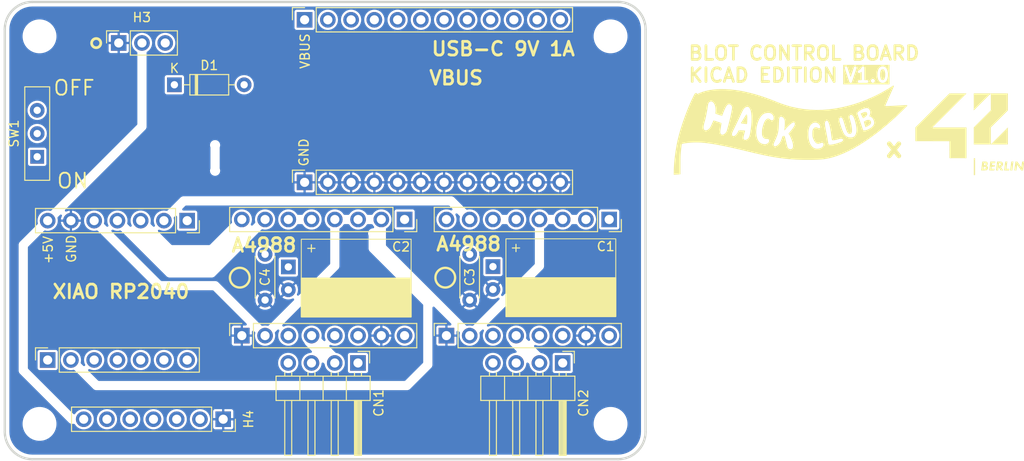
<source format=kicad_pcb>
(kicad_pcb (version 20240108) (generator "pcbnew") (generator_version "8.0")
  (layers (0 "F.Cu" signal "TopLayer") (31 "B.Cu" signal "BottomLayer") (34 "B.Paste" user "BottomPasteMaskLayer") (35 "F.Paste" user "TopPasteMaskLayer") (36 "B.SilkS" user "BottomSilkLayer") (37 "F.SilkS" user "TopSilkLayer") (38 "B.Mask" user "BottomSolderMaskLayer") (39 "F.Mask" user "TopSolderMaskLayer") (44 "Edge.Cuts" user "BoardOutLine"))
  (net 0 "")
  (net 1 "A8")
  (net 2 "+3V3")
  (net 3 "U3-1A")
  (net 4 "U2-1A")
  (net 5 "A7")
  (net 6 "ENABLE")
  (net 7 "A6")
  (net 8 "A9")
  (net 9 "A10")
  (net 10 "+5V")
  (net 11 "GND")
  (net 12 "+9V")
  (net 13 "U3-2A")
  (net 14 "U2-2A")
  (net 15 "U2-1B")
  (net 16 "U2-2B")
  (net 17 "U3-1B")
  (net 18 "U3-2B")
  (net 19 "DAC")
  (net 20 "A2")
  (net 21 "A3")
  (net 22 "SDA")
  (net 23 "SCL")
  (net 24 "Net-(D1-Pad2)")
  (net 25 "Net-(D1-Pad1)")
  (net 27 "Net-(H7-Pad5)")
  (net 28 "Net-(H9-Pad5)")
  (footprint "Connector_PinSocket_2.54mm:PinSocket_1x08_P2.54mm_Vertical" (layer "F.Cu") (at 135.908 116.538 90)
    (property "Reference" "H8" (hide yes))
    (property "Value" "PM254-1-08-Z-8.5")
    (pad "1" thru_hole rect (at 0 0 90) (size 1.7 1.7) (drill 1) (layers "*.Cu" "*.Mask") (net 11 "GND"))
    (pad "2" thru_hole oval (at 0 2.54 90) (size 1.7 1.7) (drill 1) (layers "*.Cu" "*.Mask") (net 2 "+3V3"))
    (pad "3" thru_hole oval (at 0 5.08 90) (size 1.7 1.7) (drill 1) (layers "*.Cu" "*.Mask") (net 15 "U2-1B"))
    (pad "4" thru_hole oval (at 0 7.62 90) (size 1.7 1.7) (drill 1) (layers "*.Cu" "*.Mask") (net 4 "U2-1A"))
    (pad "5" thru_hole oval (at 0 10.16 90) (size 1.7 1.7) (drill 1) (layers "*.Cu" "*.Mask") (net 14 "U2-2A"))
    (pad "6" thru_hole oval (at 0 12.7 90) (size 1.7 1.7) (drill 1) (layers "*.Cu" "*.Mask") (net 16 "U2-2B"))
    (pad "7" thru_hole oval (at 0 15.24 90) (size 1.7 1.7) (drill 1) (layers "*.Cu" "*.Mask") (net 11 "GND"))
    (pad "8" thru_hole oval (at 0 17.78 90) (size 1.7 1.7) (drill 1) (layers "*.Cu" "*.Mask") (net 12 "+9V"))
  )
  (footprint "Connector_PinSocket_2.54mm:PinSocket_1x07_P2.54mm_Vertical" (layer "F.Cu") (at 129.939 103.965 -90)
    (property "Reference" "H5" (hide yes))
    (property "Value" "PM254-1-07-Z-8.5")
    (pad "1" thru_hole rect (at 0 0 270) (size 1.7 1.7) (drill 1) (layers "*.Cu" "*.Mask") (net 5 "A7"))
    (pad "2" thru_hole oval (at 0 2.54 270) (size 1.7 1.7) (drill 1) (layers "*.Cu" "*.Mask") (net 1 "A8"))
    (pad "3" thru_hole oval (at 0 5.08 270) (size 1.7 1.7) (drill 1) (layers "*.Cu" "*.Mask") (net 8 "A9"))
    (pad "4" thru_hole oval (at 0 7.62 270) (size 1.7 1.7) (drill 1) (layers "*.Cu" "*.Mask") (net 9 "A10"))
    (pad "5" thru_hole oval (at 0 10.16 270) (size 1.7 1.7) (drill 1) (layers "*.Cu" "*.Mask") (net 2 "+3V3"))
    (pad "6" thru_hole oval (at 0 12.7 270) (size 1.7 1.7) (drill 1) (layers "*.Cu" "*.Mask") (net 11 "GND"))
    (pad "7" thru_hole oval (at 0 15.24 270) (size 1.7 1.7) (drill 1) (layers "*.Cu" "*.Mask") (net 10 "+5V"))
  )
  (footprint "Capacitor_THT:C_Disc_D4.3mm_W1.9mm_P5.00mm" (layer "F.Cu") (at 138.448 107.648 -90)
    (property "Reference" "C4" (at 2.5 0 90) (layer "F.SilkS"))
    (property "Value" "100nF")
    (pad "1" thru_hole circle (at 0 0 270) (size 1.6 1.6) (drill 0.8) (layers "*.Cu" "*.Mask") (net 12 "+9V"))
    (pad "2" thru_hole circle (at 5 0 270) (size 1.6 1.6) (drill 0.8) (layers "*.Cu" "*.Mask") (net 11 "GND"))
  )
  (footprint "Connector_PinHeader_2.54mm:PinHeader_1x04_P2.54mm_Horizontal" (layer "F.Cu") (at 170.96 119.529 -90)
    (property "Reference" "CN2" (at 4.385 -2.27 90) (layer "F.SilkS"))
    (property "Value" "2510-4AW")
    (pad "1" thru_hole rect (at 0 0 270) (size 1.7 1.7) (drill 1) (layers "*.Cu" "*.Mask") (net 18 "U3-2B"))
    (pad "2" thru_hole oval (at 0 2.54 270) (size 1.7 1.7) (drill 1) (layers "*.Cu" "*.Mask") (net 3 "U3-1A"))
    (pad "3" thru_hole oval (at 0 5.08 270) (size 1.7 1.7) (drill 1) (layers "*.Cu" "*.Mask") (net 13 "U3-2A"))
    (pad "4" thru_hole oval (at 0 7.62 270) (size 1.7 1.7) (drill 1) (layers "*.Cu" "*.Mask") (net 17 "U3-1B"))
  )
  (footprint "Library:HOLE-3.2MM" (layer "F.Cu") (at 176.1899 126.19)
    (property "Reference" "PAD1" (hide yes))
    (property "Value" "HOLE3.2" (hide yes))
    (pad "" np_thru_hole circle (at 0 0) (size 3.1998 3.1998) (drill 3.1998) (layers "F&B.Cu" "*.Mask"))
  )
  (footprint "Diode_THT:D_DO-35_SOD27_P7.62mm_Horizontal" (layer "F.Cu") (at 128.542 89.106)
    (property "Reference" "D1" (at 3.81 -2.12 0) (layer "F.SilkS"))
    (property "Value" "1N5819")
    (fp_text user "K" (at 0 -1.8 0) (layer "F.SilkS"))
    (pad "1" thru_hole rect (at 0 0) (size 1.6 1.6) (drill 0.8) (layers "*.Cu" "*.Mask") (net 25 "Net-(D1-Pad1)"))
    (pad "2" thru_hole oval (at 7.62 0) (size 1.6 1.6) (drill 0.8) (layers "*.Cu" "*.Mask") (net 24 "Net-(D1-Pad2)"))
  )
  (footprint "Connector_PinSocket_2.54mm:PinSocket_1x07_P2.54mm_Vertical" (layer "F.Cu") (at 114.699 119.205 90)
    (property "Reference" "H6" (hide yes))
    (property "Value" "PM254-1-07-Z-8.5")
    (pad "1" thru_hole rect (at 0 0 90) (size 1.7 1.7) (drill 1) (layers "*.Cu" "*.Mask") (net 19 "DAC"))
    (pad "2" thru_hole oval (at 0 2.54 90) (size 1.7 1.7) (drill 1) (layers "*.Cu" "*.Mask") (net 6 "ENABLE"))
    (pad "3" thru_hole oval (at 0 5.08 90) (size 1.7 1.7) (drill 1) (layers "*.Cu" "*.Mask") (net 20 "A2"))
    (pad "4" thru_hole oval (at 0 7.62 90) (size 1.7 1.7) (drill 1) (layers "*.Cu" "*.Mask") (net 21 "A3"))
    (pad "5" thru_hole oval (at 0 10.16 90) (size 1.7 1.7) (drill 1) (layers "*.Cu" "*.Mask") (net 22 "SDA"))
    (pad "6" thru_hole oval (at 0 12.7 90) (size 1.7 1.7) (drill 1) (layers "*.Cu" "*.Mask") (net 23 "SCL"))
    (pad "7" thru_hole oval (at 0 15.24 90) (size 1.7 1.7) (drill 1) (layers "*.Cu" "*.Mask") (net 7 "A6"))
  )
  (footprint "Connector_PinSocket_2.54mm:PinSocket_1x07_P2.54mm_Vertical" (layer "F.Cu") (at 133.876 125.682 -90)
    (property "Reference" "H4" (at 0 -2.77 90) (layer "F.SilkS"))
    (property "Value" "PM254-1-07-Z-8.5" (hide yes))
    (pad "1" thru_hole rect (at 0 0 270) (size 1.7 1.7) (drill 1) (layers "*.Cu" "*.Mask") (net 11 "GND"))
    (pad "2" thru_hole oval (at 0 2.54 270) (size 1.7 1.7) (drill 1) (layers "*.Cu" "*.Mask") (net 23 "SCL"))
    (pad "3" thru_hole oval (at 0 5.08 270) (size 1.7 1.7) (drill 1) (layers "*.Cu" "*.Mask") (net 22 "SDA"))
    (pad "4" thru_hole oval (at 0 7.62 270) (size 1.7 1.7) (drill 1) (layers "*.Cu" "*.Mask") (net 21 "A3"))
    (pad "5" thru_hole oval (at 0 10.16 270) (size 1.7 1.7) (drill 1) (layers "*.Cu" "*.Mask") (net 20 "A2"))
    (pad "6" thru_hole oval (at 0 12.7 270) (size 1.7 1.7) (drill 1) (layers "*.Cu" "*.Mask") (net 19 "DAC"))
    (pad "7" thru_hole oval (at 0 15.24 270) (size 1.7 1.7) (drill 1) (layers "*.Cu" "*.Mask") (net 10 "+5V"))
  )
  (footprint "Capacitor_THT:C_Disc_D4.3mm_W1.9mm_P5.00mm" (layer "F.Cu") (at 160.8 107.648 -90)
    (property "Reference" "C3" (at 2.5 0 90) (layer "F.SilkS"))
    (property "Value" "100nF")
    (pad "1" thru_hole circle (at 0 0 270) (size 1.6 1.6) (drill 0.8) (layers "*.Cu" "*.Mask") (net 12 "+9V"))
    (pad "2" thru_hole circle (at 5 0 270) (size 1.6 1.6) (drill 0.8) (layers "*.Cu" "*.Mask") (net 11 "GND"))
  )
  (footprint "Connector_PinSocket_2.54mm:PinSocket_1x08_P2.54mm_Vertical" (layer "F.Cu") (at 158.26 116.538 90)
    (property "Reference" "H10" (hide yes))
    (property "Value" "PM254-1-08-Z-8.5")
    (pad "1" thru_hole rect (at 0 0 90) (size 1.7 1.7) (drill 1) (layers "*.Cu" "*.Mask") (net 11 "GND"))
    (pad "2" thru_hole oval (at 0 2.54 90) (size 1.7 1.7) (drill 1) (layers "*.Cu" "*.Mask") (net 2 "+3V3"))
    (pad "3" thru_hole oval (at 0 5.08 90) (size 1.7 1.7) (drill 1) (layers "*.Cu" "*.Mask") (net 17 "U3-1B"))
    (pad "4" thru_hole oval (at 0 7.62 90) (size 1.7 1.7) (drill 1) (layers "*.Cu" "*.Mask") (net 3 "U3-1A"))
    (pad "5" thru_hole oval (at 0 10.16 90) (size 1.7 1.7) (drill 1) (layers "*.Cu" "*.Mask") (net 13 "U3-2A"))
    (pad "6" thru_hole oval (at 0 12.7 90) (size 1.7 1.7) (drill 1) (layers "*.Cu" "*.Mask") (net 18 "U3-2B"))
    (pad "7" thru_hole oval (at 0 15.24 90) (size 1.7 1.7) (drill 1) (layers "*.Cu" "*.Mask") (net 11 "GND"))
    (pad "8" thru_hole oval (at 0 17.78 90) (size 1.7 1.7) (drill 1) (layers "*.Cu" "*.Mask") (net 12 "+9V"))
  )
  (footprint "Library:HOLE-3.2MM" (layer "F.Cu") (at 113.81 126.19)
    (property "Reference" "PAD4" (hide yes))
    (property "Value" "HOLE3.2" (hide yes))
    (pad "" np_thru_hole circle (at 0 0) (size 3.1998 3.1998) (drill 3.1998) (layers "F&B.Cu" "*.Mask"))
  )
  (footprint "Library:HOLE-3.2MM" (layer "F.Cu") (at 113.81 83.8101)
    (property "Reference" "PAD3" (hide yes))
    (property "Value" "HOLE3.2" (hide yes))
    (pad "" np_thru_hole circle (at 0 0) (size 3.1998 3.1998) (drill 3.1998) (layers "F&B.Cu" "*.Mask"))
  )
  (footprint "Library:CP_Radial_D8.0mm_P2.50mm_Horizontal_Mirrored" (layer "F.Cu") (at 140.988 111.458 90)
    (property "Reference" "C2" (at 4.629 12.319 180) (layer "F.SilkS"))
    (property "Value" "100uF")
    (pad "1" thru_hole rect (at 2.43 0 90) (size 1.6 1.6) (drill 0.8) (layers "*.Cu" "*.Mask") (net 12 "+9V"))
    (pad "2" thru_hole circle (at -0.07 0 90) (size 1.6 1.6) (drill 0.8) (layers "*.Cu" "*.Mask") (net 11 "GND"))
  )
  (footprint "Connector_PinSocket_2.54mm:PinSocket_1x12_P2.54mm_Vertical" (layer "F.Cu") (at 142.766 82.0001 90)
    (property "Reference" "H1" (hide yes))
    (property "Value" "KH-2.54FH-1X12P-H8.5" (hide yes))
    (pad "1" thru_hole rect (at 0 0 90) (size 1.7 1.7) (drill 1) (layers "*.Cu" "*.Mask") (net 24 "Net-(D1-Pad2)"))
    (pad "2" thru_hole oval (at 0 2.54 90) (size 1.7 1.7) (drill 1) (layers "*.Cu" "*.Mask") (net 24 "Net-(D1-Pad2)"))
    (pad "3" thru_hole oval (at 0 5.08 90) (size 1.7 1.7) (drill 1) (layers "*.Cu" "*.Mask") (net 24 "Net-(D1-Pad2)"))
    (pad "4" thru_hole oval (at 0 7.62 90) (size 1.7 1.7) (drill 1) (layers "*.Cu" "*.Mask") (net 24 "Net-(D1-Pad2)"))
    (pad "5" thru_hole oval (at 0 10.16 90) (size 1.7 1.7) (drill 1) (layers "*.Cu" "*.Mask") (net 24 "Net-(D1-Pad2)"))
    (pad "6" thru_hole oval (at 0 12.7 90) (size 1.7 1.7) (drill 1) (layers "*.Cu" "*.Mask") (net 24 "Net-(D1-Pad2)"))
    (pad "7" thru_hole oval (at 0 15.24 90) (size 1.7 1.7) (drill 1) (layers "*.Cu" "*.Mask") (net 24 "Net-(D1-Pad2)"))
    (pad "8" thru_hole oval (at 0 17.78 90) (size 1.7 1.7) (drill 1) (layers "*.Cu" "*.Mask") (net 24 "Net-(D1-Pad2)"))
    (pad "9" thru_hole oval (at 0 20.32 90) (size 1.7 1.7) (drill 1) (layers "*.Cu" "*.Mask") (net 24 "Net-(D1-Pad2)"))
    (pad "10" thru_hole oval (at 0 22.86 90) (size 1.7 1.7) (drill 1) (layers "*.Cu" "*.Mask") (net 24 "Net-(D1-Pad2)"))
    (pad "11" thru_hole oval (at 0 25.4 90) (size 1.7 1.7) (drill 1) (layers "*.Cu" "*.Mask") (net 24 "Net-(D1-Pad2)"))
    (pad "12" thru_hole oval (at 0 27.94 90) (size 1.7 1.7) (drill 1) (layers "*.Cu" "*.Mask") (net 24 "Net-(D1-Pad2)"))
  )
  (footprint "graphics:hcflag" (layer "F.Cu") (at 195.852 94.059)
    (property "Reference" "G***" (hide yes))
    (property "Value" "LOGO" (hide yes))
  )
  (footprint "Connector_PinHeader_2.54mm:PinHeader_1x04_P2.54mm_Horizontal" (layer "F.Cu") (at 148.598 119.529 -90)
    (property "Reference" "CN1" (at 4.385 -2.27 90) (layer "F.SilkS"))
    (property "Value" "2510-4AW")
    (pad "1" thru_hole rect (at 0 0 270) (size 1.7 1.7) (drill 1) (layers "*.Cu" "*.Mask") (net 16 "U2-2B"))
    (pad "2" thru_hole oval (at 0 2.54 270) (size 1.7 1.7) (drill 1) (layers "*.Cu" "*.Mask") (net 4 "U2-1A"))
    (pad "3" thru_hole oval (at 0 5.08 270) (size 1.7 1.7) (drill 1) (layers "*.Cu" "*.Mask") (net 14 "U2-2A"))
    (pad "4" thru_hole oval (at 0 7.62 270) (size 1.7 1.7) (drill 1) (layers "*.Cu" "*.Mask") (net 15 "U2-1B"))
  )
  (footprint "Library:HOLE-3.2MM" (layer "F.Cu") (at 176.1899 83.8101)
    (property "Reference" "PAD2" (hide yes))
    (property "Value" "HOLE3.2" (hide yes))
    (pad "" np_thru_hole circle (at 0 0) (size 3.1998 3.1998) (drill 3.1998) (layers "F&B.Cu" "*.Mask"))
  )
  (footprint "Connector_PinSocket_2.54mm:PinSocket_1x08_P2.54mm_Vertical" (layer "F.Cu") (at 153.688 103.8381 -90)
    (property "Reference" "H7" (hide yes))
    (property "Value" "PM254-1-08-Z-8.5")
    (pad "1" thru_hole rect (at 0 0 270) (size 1.7 1.7) (drill 1) (layers "*.Cu" "*.Mask") (net 6 "ENABLE"))
    (pad "2" thru_hole oval (at 0 2.54 270) (size 1.7 1.7) (drill 1) (layers "*.Cu" "*.Mask") (net 2 "+3V3"))
    (pad "3" thru_hole oval (at 0 5.08 270) (size 1.7 1.7) (drill 1) (layers "*.Cu" "*.Mask") (net 2 "+3V3"))
    (pad "4" thru_hole oval (at 0 7.62 270) (size 1.7 1.7) (drill 1) (layers "*.Cu" "*.Mask") (net 2 "+3V3"))
    (pad "5" thru_hole oval (at 0 10.16 270) (size 1.7 1.7) (drill 1) (layers "*.Cu" "*.Mask") (net 27 "Net-(H7-Pad5)"))
    (pad "6" thru_hole oval (at 0 12.7 270) (size 1.7 1.7) (drill 1) (layers "*.Cu" "*.Mask") (net 27 "Net-(H7-Pad5)"))
    (pad "7" thru_hole oval (at 0 15.24 270) (size 1.7 1.7) (drill 1) (layers "*.Cu" "*.Mask") (net 9 "A10"))
    (pad "8" thru_hole oval (at 0 17.78 270) (size 1.7 1.7) (drill 1) (layers "*.Cu" "*.Mask") (net 8 "A9"))
  )
  (footprint "Connector_PinSocket_2.54mm:PinSocket_1x12_P2.54mm_Vertical" (layer "F.Cu") (at 142.766 99.774 90)
    (property "Reference" "H2" (hide yes))
    (property "Value" "KH-2.54FH-1X12P-H8.5" (hide yes))
    (pad "1" thru_hole rect (at 0 0 90) (size 1.7 1.7) (drill 1) (layers "*.Cu" "*.Mask") (net 11 "GND"))
    (pad "2" thru_hole oval (at 0 2.54 90) (size 1.7 1.7) (drill 1) (layers "*.Cu" "*.Mask") (net 11 "GND"))
    (pad "3" thru_hole oval (at 0 5.08 90) (size 1.7 1.7) (drill 1) (layers "*.Cu" "*.Mask") (net 11 "GND"))
    (pad "4" thru_hole oval (at 0 7.62 90) (size 1.7 1.7) (drill 1) (layers "*.Cu" "*.Mask") (net 11 "GND"))
    (pad "5" thru_hole oval (at 0 10.16 90) (size 1.7 1.7) (drill 1) (layers "*.Cu" "*.Mask") (net 11 "GND"))
    (pad "6" thru_hole oval (at 0 12.7 90) (size 1.7 1.7) (drill 1) (layers "*.Cu" "*.Mask") (net 11 "GND"))
    (pad "7" thru_hole oval (at 0 15.24 90) (size 1.7 1.7) (drill 1) (layers "*.Cu" "*.Mask") (net 11 "GND"))
    (pad "8" thru_hole oval (at 0 17.78 90) (size 1.7 1.7) (drill 1) (layers "*.Cu" "*.Mask") (net 11 "GND"))
    (pad "9" thru_hole oval (at 0 20.32 90) (size 1.7 1.7) (drill 1) (layers "*.Cu" "*.Mask") (net 11 "GND"))
    (pad "10" thru_hole oval (at 0 22.86 90) (size 1.7 1.7) (drill 1) (layers "*.Cu" "*.Mask") (net 11 "GND"))
    (pad "11" thru_hole oval (at 0 25.4 90) (size 1.7 1.7) (drill 1) (layers "*.Cu" "*.Mask") (net 11 "GND"))
    (pad "12" thru_hole oval (at 0 27.94 90) (size 1.7 1.7) (drill 1) (layers "*.Cu" "*.Mask") (net 11 "GND"))
  )
  (footprint "Library:CP_Radial_D8.0mm_P2.50mm_Horizontal_Mirrored" (layer "F.Cu") (at 163.34 111.418 90)
    (property "Reference" "C1" (at 4.629 12.319 180) (layer "F.SilkS"))
    (property "Value" "100uF")
    (pad "1" thru_hole rect (at 2.43 0 90) (size 1.6 1.6) (drill 0.8) (layers "*.Cu" "*.Mask") (net 12 "+9V"))
    (pad "2" thru_hole circle (at -0.07 0 90) (size 1.6 1.6) (drill 0.8) (layers "*.Cu" "*.Mask") (net 11 "GND"))
  )
  (footprint "Connector_PinSocket_2.54mm:PinSocket_1x03_P2.54mm_Vertical" (layer "F.Cu") (at 122.461 84.534 90)
    (property "Reference" "H3" (at 2.794 2.525 180) (layer "F.SilkS"))
    (property "Value" "Header-Male-2.54_1x3" (hide yes))
    (pad "1" thru_hole rect (at 0 0 90) (size 1.7 1.7) (drill 1) (layers "*.Cu" "*.Mask") (net 11 "GND"))
    (pad "2" thru_hole oval (at 0 2.54 90) (size 1.7 1.7) (drill 1) (layers "*.Cu" "*.Mask") (net 10 "+5V"))
    (pad "3" thru_hole oval (at 0 5.08 90) (size 1.7 1.7) (drill 1) (layers "*.Cu" "*.Mask") (net 7 "A6"))
  )
  (footprint "Connector_PinSocket_2.54mm:PinSocket_1x08_P2.54mm_Vertical" (layer "F.Cu") (at 176.04 103.838 -90)
    (property "Reference" "H9" (hide yes))
    (property "Value" "PM254-1-08-Z-8.5")
    (pad "1" thru_hole rect (at 0 0 270) (size 1.7 1.7) (drill 1) (layers "*.Cu" "*.Mask") (net 6 "ENABLE"))
    (pad "2" thru_hole oval (at 0 2.54 270) (size 1.7 1.7) (drill 1) (layers "*.Cu" "*.Mask") (net 2 "+3V3"))
    (pad "3" thru_hole oval (at 0 5.08 270) (size 1.7 1.7) (drill 1) (layers "*.Cu" "*.Mask") (net 2 "+3V3"))
    (pad "4" thru_hole oval (at 0 7.62 270) (size 1.7 1.7) (drill 1) (layers "*.Cu" "*.Mask") (net 2 "+3V3"))
    (pad "5" thru_hole oval (at 0 10.16 270) (size 1.7 1.7) (drill 1) (layers "*.Cu" "*.Mask") (net 28 "Net-(H9-Pad5)"))
    (pad "6" thru_hole oval (at 0 12.7 270) (size 1.7 1.7) (drill 1) (layers "*.Cu" "*.Mask") (net 28 "Net-(H9-Pad5)"))
    (pad "7" thru_hole oval (at 0 15.24 270) (size 1.7 1.7) (drill 1) (layers "*.Cu" "*.Mask") (net 1 "A8"))
    (pad "8" thru_hole oval (at 0 17.78 270) (size 1.7 1.7) (drill 1) (layers "*.Cu" "*.Mask") (net 5 "A7"))
  )
  (footprint "Library:SW_Slide-03_Wuerth-WS-SLTV_10x2.5x6.4_P2.54mm_Pins_1_2_Reversed" (layer "F.Cu") (at 113.556 94.44 90)
    (property "Reference" "SW1" (at 0 -2.54 90) (layer "F.SilkS"))
    (property "Value" "SS-12D10L5")
    (pad "1" thru_hole rect (at -2.54 0 90) (size 1.5 1.5) (drill 0.8) (layers "*.Cu" "*.Mask") (net 12 "+9V"))
    (pad "2" thru_hole circle (at 0 0 90) (size 1.6 1.6) (drill 0.8) (layers "*.Cu" "*.Mask") (net 25 "Net-(D1-Pad1)"))
    (pad "3" thru_hole circle (at 2.54 0 90) (size 1.6 1.6) (drill 0.8) (layers "*.Cu" "*.Mask"))
  )
  (gr_poly (pts (xy 217.032158 97.49661) (xy 217.06843 97.497071) (xy 217.101264 97.497896) (xy 217.130899 97.499128) (xy 217.157576 97.500813) (xy 217.181536 97.502996) (xy 217.203018 97.505721) (xy 217.212905 97.507301) (xy 217.222263 97.509033) (xy 217.231122 97.510924) (xy 217.239512 97.512979) (xy 217.247462 97.515203) (xy 217.255003 97.517601) (xy 217.262166 97.520181) (xy 217.268979 97.522947) (xy 217.275473 97.525904) (xy 217.281679 97.529059) (xy 217.287625 97.532417) (xy 217.293343 97.535984) (xy 217.298862 97.539765) (xy 217.304212 97.543766) (xy 217.309423 97.547993) (xy 217.314526 97.552451) (xy 217.324525 97.562082) (xy 217.332773 97.57109) (xy 217.340455 97.580264) (xy 217.347577 97.589625) (xy 217.354141 97.59919) (xy 217.360154 97.608979) (xy 217.365619 97.619009) (xy 217.370542 97.6293) (xy 217.374927 97.63987) (xy 217.378779 97.650738) (xy 217.382102 97.661922) (xy 217.384901 97.67344) (xy 217.387181 97.685312) (xy 217.388946 97.697557) (xy 217.3902 97.710192) (xy 217.39095 97.723236) (xy 217.391199 97.736708) (xy 217.39077 97.75179) (xy 217.389506 97.766825) (xy 217.387439 97.781742) (xy 217.384601 97.796471) (xy 217.381025 97.810939) (xy 217.376744 97.825075) (xy 217.37179 97.838808) (xy 217.366196 97.852066) (xy 217.359994 97.864779) (xy 217.353217 97.876875) (xy 217.345897 97.888283) (xy 217.338068 97.89893) (xy 217.32976 97.908747) (xy 217.325438 97.913322) (xy 217.321008 97.917662) (xy 217.316475 97.921759) (xy 217.311844 97.925603) (xy 217.307117 97.929186) (xy 217.302299 97.932499) (xy 217.294285 97.937615) (xy 217.287301 97.942266) (xy 217.281333 97.946487) (xy 217.278727 97.948446) (xy 217.27637 97.950309) (xy 217.274262 97.952081) (xy 217.272399 97.953766) (xy 217.270782 97.955367) (xy 217.269408 97.956889) (xy 217.268276 97.958335) (xy 217.267385 97.959711) (xy 217.266732 97.961019) (xy 217.266316 97.962265) (xy 217.266136 97.963452) (xy 217.26619 97.964583) (xy 217.266477 97.965665) (xy 217.266994 97.966699) (xy 217.267741 97.967691) (xy 217.268716 97.968644) (xy 217.269917 97.969562) (xy 217.271343 97.970451) (xy 217.272992 97.971313) (xy 217.274863 97.972152) (xy 217.276954 97.972974) (xy 217.279264 97.973781) (xy 217.284533 97.975369) (xy 217.290657 97.97695) (xy 217.294971 97.978219) (xy 217.299373 97.979834) (xy 217.308389 97.984046) (xy 217.317609 97.989477) (xy 217.326938 97.996016) (xy 217.33628 98.003554) (xy 217.345538 98.01198) (xy 217.354616 98.021184) (xy 217.363418 98.031057) (xy 217.371848 98.041487) (xy 217.37981 98.052366) (xy 217.387207 98.063583) (xy 217.393944 98.075027) (xy 217.399925 98.086589) (xy 217.405053 98.09816) (xy 217.409232 98.109627) (xy 217.412366 98.120883) (xy 217.414367 98.129893) (xy 217.416007 98.139055) (xy 217.418228 98.157763) (xy 217.419073 98.176875) (xy 217.418584 98.196256) (xy 217.416805 98.215773) (xy 217.41378 98.235294) (xy 217.409552 98.254685) (xy 217.404164 98.273812) (xy 217.39766 98.292542) (xy 217.390083 98.310742) (xy 217.381477 98.328278) (xy 217.371885 98.345018) (xy 217.36135 98.360827) (xy 217.349916 98.375573) (xy 217.337627 98.389122) (xy 217.331174 98.395406) (xy 217.324525 98.401341) (xy 217.310662 98.412964) (xy 217.297361 98.423283) (xy 217.284194 98.432383) (xy 217.270731 98.44035) (xy 217.256543 98.44727) (xy 217.241199 98.453226) (xy 217.224271 98.458305) (xy 217.205329 98.462592) (xy 217.183944 98.466172) (xy 217.159687 98.46913) (xy 217.132127 98.471552) (xy 217.100835 98.473523) (xy 217.02534 98.476452) (xy 216.929766 98.478599) (xy 216.67365 98.482833) (xy 216.677883 98.457432) (xy 216.696536 98.30953) (xy 216.699187 98.28743) (xy 216.928507 98.28743) (xy 216.928513 98.289795) (xy 216.928701 98.290868) (xy 216.929022 98.29187) (xy 216.929484 98.292803) (xy 216.930096 98.293671) (xy 216.930863 98.294475) (xy 216.931794 98.295218) (xy 216.934177 98.29653) (xy 216.937307 98.297624) (xy 216.941242 98.29852) (xy 216.946044 98.299237) (xy 216.951773 98.299792) (xy 216.95849 98.300204) (xy 216.975127 98.300675) (xy 216.996441 98.300799) (xy 217.019683 98.300495) (xy 217.041044 98.299557) (xy 217.051043 98.298838) (xy 217.0606 98.297946) (xy 217.069725 98.296876) (xy 217.078429 98.295623) (xy 217.08672 98.294183) (xy 217.094608 98.29255) (xy 217.102103 98.290721) (xy 217.109215 98.288688) (xy 217.115954 98.286449) (xy 217.122328 98.283998) (xy 217.128349 98.281331) (xy 217.134024 98.278442) (xy 217.139365 98.275327) (xy 217.144381 98.27198) (xy 217.149081 98.268397) (xy 217.153475 98.264574) (xy 217.157574 98.260505) (xy 217.161385 98.256185) (xy 217.16492 98.25161) (xy 217.168189 98.246774) (xy 217.171199 98.241674) (xy 217.173962 98.236303) (xy 217.176488 98.230658) (xy 217.178784 98.224733) (xy 217.180863 98.218524) (xy 217.182732 98.212025) (xy 217.184402 98.205232) (xy 217.185883 98.19814) (xy 217.18668 98.193388) (xy 217.187288 98.188659) (xy 217.187709 98.183959) (xy 217.187946 98.179293) (xy 217.188001 98.174666) (xy 217.187878 98.170082) (xy 217.187579 98.165547) (xy 217.187106 98.161066) (xy 217.186463 98.156644) (xy 217.185653 98.152286) (xy 217.184677 98.147996) (xy 217.183539 98.143781) (xy 217.182241 98.139645) (xy 217.180786 98.135593) (xy 217.179177 98.13163) (xy 217.177416 98.127762) (xy 217.175506 98.123992) (xy 217.173451 98.120327) (xy 217.171252 98.116771) (xy 217.168912 98.113329) (xy 217.166434 98.110007) (xy 217.163821 98.10681) (xy 217.161076 98.103741) (xy 217.158201 98.100807) (xy 217.155198 98.098013) (xy 217.152071 98.095363) (xy 217.148823 98.092863) (xy 217.145455 98.090518) (xy 217.141971 98.088332) (xy 217.138374 98.086311) (xy 217.134666 98.08446) (xy 217.130849 98.082783) (xy 217.126789 98.081221) (xy 217.122182 98.079715) (xy 217.117076 98.078271) (xy 217.111518 98.076896) (xy 217.099242 98.074374) (xy 217.085738 98.072199) (xy 217.07139 98.070422) (xy 217.056584 98.069091) (xy 217.041704 98.068256) (xy 217.027133 98.067966) (xy 216.9594 98.067966) (xy 216.954108 98.101832) (xy 216.95123 98.120337) (xy 216.947758 98.145092) (xy 216.944285 98.172824) (xy 216.942735 98.186783) (xy 216.941408 98.200258) (xy 216.9381 98.226385) (xy 216.934793 98.250528) (xy 216.931883 98.269909) (xy 216.9307 98.276945) (xy 216.929766 98.281749) (xy 216.928945 98.284754) (xy 216.928507 98.28743) (xy 216.699187 98.28743) (xy 216.735032 97.988591) (xy 216.747892 97.883899) (xy 216.979243 97.883899) (xy 216.979262 97.885665) (xy 216.979376 97.887284) (xy 216.97959 97.888762) (xy 216.979912 97.890106) (xy 216.980349 97.891322) (xy 216.980908 97.892417) (xy 216.981595 97.893397) (xy 216.982418 97.894267) (xy 216.983383 97.895036) (xy 216.984498 97.895708) (xy 216.98577 97.896291) (xy 216.987205 97.896791) (xy 216.988811 97.897214) (xy 216.990594 97.897567) (xy 216.994721 97.898087) (xy 216.999642 97.898403) (xy 217.005412 97.898565) (xy 217.019725 97.898633) (xy 217.025947 97.898553) (xy 217.032108 97.898314) (xy 217.038202 97.897919) (xy 217.044225 97.89737) (xy 217.050172 97.89667) (xy 217.056036 97.895821) (xy 217.061814 97.894827) (xy 217.067498 97.893689) (xy 217.073086 97.892409) (xy 217.07857 97.890991) (xy 217.083946 97.889437) (xy 217.089209 97.88775) (xy 217.094353 97.885931) (xy 217.099373 97.883984) (xy 217.104265 97.881911) (xy 217.109022 97.879715) (xy 217.113639 97.877398) (xy 217.118112 97.874962) (xy 217.122434 97.872411) (xy 217.126602 97.869746) (xy 217.130609 97.86697) (xy 217.13445 97.864086) (xy 217.138121 97.861096) (xy 217.141615 97.858003) (xy 217.144928 97.854809) (xy 217.148054 97.851517) (xy 217.150989 97.848129) (xy 217.153726 97.844647) (xy 217.156261 97.841076) (xy 217.158588 97.837416) (xy 217.160703 97.83367) (xy 217.1626 97.829841) (xy 217.167015 97.820126) (xy 217.170734 97.810806) (xy 217.173755 97.801855) (xy 217.175003 97.797509) (xy 217.176077 97.793246) (xy 217.176975 97.789062) (xy 217.177698 97.784954) (xy 217.178246 97.780918) (xy 217.178617 97.776951) (xy 217.178813 97.773051) (xy 217.178832 97.769212) (xy 217.178676 97.765434) (xy 217.178342 97.761711) (xy 217.177832 97.758041) (xy 217.177145 97.75442) (xy 217.176281 97.750845) (xy 217.17524 97.747314) (xy 217.174021 97.743822) (xy 217.172624 97.740366) (xy 217.171049 97.736943) (xy 217.169297 97.733549) (xy 217.167366 97.730182) (xy 217.165256 97.726838) (xy 217.162968 97.723514) (xy 217.160502 97.720206) (xy 217.157856 97.716912) (xy 217.15503 97.713627) (xy 217.148841 97.707074) (xy 217.144029 97.70237) (xy 217.139465 97.698159) (xy 217.135075 97.694417) (xy 217.130783 97.691117) (xy 217.126517 97.688232) (xy 217.122201 97.685736) (xy 217.117761 97.683603) (xy 217.113122 97.681807) (xy 217.108211 97.68032) (xy 217.102952 97.679117) (xy 217.097272 97.678172) (xy 217.091096 97.677457) (xy 217.084349 97.676947) (xy 217.076957 97.676616) (xy 217.068846 97.676436) (xy 217.059941 97.676382) (xy 217.002791 97.676382) (xy 216.995383 97.752583) (xy 216.992042 97.785276) (xy 216.988503 97.817274) (xy 216.986721 97.831803) (xy 216.984964 97.844707) (xy 216.983257 97.855504) (xy 216.981624 97.863707) (xy 216.979962 97.875236) (xy 216.979457 97.8799) (xy 216.979243 97.883899) (xy 216.747892 97.883899) (xy 216.774455 97.667652) (xy 216.793241 97.519749) (xy 216.795453 97.512064) (xy 216.797152 97.508954) (xy 216.799624 97.506288) (xy 216.80315 97.504032) (xy 216.808012 97.50215) (xy 216.814493 97.50061) (xy 216.822874 97.499376) (xy 216.833439 97.498415) (xy 216.846468 97.497693) (xy 216.88105 97.496829) (xy 216.992207 97.496466)) (stroke (width -0.000001)) (fill solid) (layer "F.SilkS"))
  (gr_poly (pts (xy 216.015366 98.988716) (xy 215.867199 98.988716) (xy 215.867199 97.136633) (xy 216.015366 97.136633)) (stroke (width -0.000001)) (fill solid) (layer "F.SilkS"))
  (gr_circle (center 120 84.55) (end 120.5022 84.55) (stroke (width 0.3)) (fill none) (layer "F.SilkS"))
  (gr_poly (pts (xy 218.212466 97.572666) (xy 218.208954 97.613432) (xy 218.207348 97.629588) (xy 218.205405 97.64321) (xy 218.202799 97.654514) (xy 218.201144 97.659362) (xy 218.199202 97.663712) (xy 218.196929 97.667588) (xy 218.194287 97.671018) (xy 218.191233 97.674029) (xy 218.187727 97.676647) (xy 218.183728 97.6789) (xy 218.179196 97.680813) (xy 218.174088 97.682414) (xy 218.168365 97.683729) (xy 218.154908 97.685609) (xy 218.138498 97.686668) (xy 218.118808 97.687119) (xy 218.09551 97.687177) (xy 218.036783 97.686966) (xy 217.880149 97.686966) (xy 217.874857 97.720833) (xy 217.871964 97.739138) (xy 217.868375 97.763298) (xy 217.864589 97.790037) (xy 217.8611 97.816083) (xy 217.854749 97.877466) (xy 218.165899 97.877466) (xy 218.160608 97.90075) (xy 218.159281 97.907186) (xy 218.157731 97.91593) (xy 218.154258 97.938849) (xy 218.152484 97.952281) (xy 218.150785 97.966531) (xy 218.149235 97.981228) (xy 218.147908 97.995999) (xy 218.140499 98.066908) (xy 217.984925 98.070083) (xy 217.830408 98.073258) (xy 217.822999 98.131466) (xy 217.820122 98.157858) (xy 217.816649 98.187028) (xy 217.8103 98.239416) (xy 217.802891 98.290216) (xy 218.134149 98.290216) (xy 218.128858 98.3135) (xy 218.12753 98.319936) (xy 218.12598 98.32868) (xy 218.122507 98.351599) (xy 218.120734 98.365031) (xy 218.119035 98.379281) (xy 218.117484 98.393978) (xy 218.116157 98.408749) (xy 218.108749 98.480716) (xy 217.834641 98.480716) (xy 217.745683 98.480675) (xy 217.709523 98.480577) (xy 217.678404 98.480385) (xy 217.664617 98.480245) (xy 217.651949 98.48007) (xy 217.640352 98.479856) (xy 217.629779 98.4796) (xy 217.620182 98.479297) (xy 217.611515 98.478944) (xy 217.603731 98.478536) (xy 217.596781 98.47807) (xy 217.590618 98.477542) (xy 217.585196 98.476949) (xy 217.580466 98.476285) (xy 217.578347 98.475926) (xy 217.576383 98.475548) (xy 217.574568 98.475151) (xy 217.572898 98.474734) (xy 217.571365 98.474296) (xy 217.569964 98.473838) (xy 217.568689 98.473358) (xy 217.567534 98.472857) (xy 217.566493 98.472333) (xy 217.56556 98.471786) (xy 217.56473 98.471216) (xy 217.563996 98.470623) (xy 217.563352 98.470005) (xy 217.562793 98.469363) (xy 217.562313 98.468695) (xy 217.561906 98.468002) (xy 217.561565 98.467282) (xy 217.561285 98.466536) (xy 217.561061 98.465763) (xy 217.560885 98.464962) (xy 217.560658 98.463275) (xy 217.560556 98.461472) (xy 217.560533 98.459549) (xy 217.612523 98.008038) (xy 217.671658 97.530333) (xy 217.678008 97.496466) (xy 218.219874 97.496466)) (stroke (width -0.000001)) (fill solid) (layer "F.SilkS"))
  (gr_poly (pts (xy 218.55573 97.497392) (xy 218.643208 97.498583) (xy 218.712316 97.499763) (xy 218.741107 97.50039) (xy 218.766454 97.50108) (xy 218.788658 97.501863) (xy 218.808016 97.502768) (xy 218.824829 97.503826) (xy 218.839396 97.505065) (xy 218.852016 97.506515) (xy 218.862987 97.508205) (xy 218.867949 97.509149) (xy 218.87261 97.510165) (xy 218.877009 97.511255) (xy 218.881184 97.512424) (xy 218.88517 97.513675) (xy 218.889006 97.515011) (xy 218.896378 97.517957) (xy 218.903598 97.521291) (xy 218.910965 97.525041) (xy 218.930062 97.536249) (xy 218.947865 97.548588) (xy 218.964377 97.561979) (xy 218.9796 97.576345) (xy 218.993536 97.591607) (xy 219.006187 97.607687) (xy 219.017557 97.624506) (xy 219.027647 97.641987) (xy 219.036459 97.66005) (xy 219.043996 97.678618) (xy 219.05026 97.697612) (xy 219.055254 97.716955) (xy 219.05898 97.736567) (xy 219.06144 97.75637) (xy 219.062637 97.776287) (xy 219.062572 97.796239) (xy 219.061248 97.816147) (xy 219.058668 97.835933) (xy 219.054834 97.85552) (xy 219.049748 97.874828) (xy 219.043412 97.89378) (xy 219.03583 97.912297) (xy 219.027002 97.9303) (xy 219.016932 97.947713) (xy 219.005621 97.964455) (xy 218.993073 97.98045) (xy 218.979289 97.995618) (xy 218.964271 98.009882) (xy 218.948023 98.023162) (xy 218.930547 98.035382) (xy 218.911844 98.046462) (xy 218.891917 98.056324) (xy 218.830532 98.084899) (xy 218.952241 98.277516) (xy 218.999386 98.353253) (xy 219.038098 98.415893) (xy 219.064308 98.459086) (xy 219.071454 98.471406) (xy 219.073315 98.474899) (xy 219.073949 98.476483) (xy 219.073254 98.476867) (xy 219.071212 98.477225) (xy 219.063366 98.477855) (xy 219.034527 98.478732) (xy 218.991797 98.479013) (xy 218.939541 98.478599) (xy 218.806191 98.475424) (xy 218.694007 98.293391) (xy 218.671466 98.256657) (xy 218.650203 98.222367) (xy 218.6307 98.191276) (xy 218.613442 98.164142) (xy 218.598913 98.141721) (xy 218.587596 98.124769) (xy 218.579974 98.114043) (xy 218.5777 98.111251) (xy 218.576974 98.110539) (xy 218.576532 98.110299) (xy 218.575828 98.111238) (xy 218.574914 98.113993) (xy 218.572514 98.12457) (xy 218.569445 98.141274) (xy 218.565817 98.163348) (xy 218.557334 98.220581) (xy 218.547958 98.290216) (xy 218.543565 98.326652) (xy 218.53921 98.360843) (xy 218.535028 98.392033) (xy 218.531157 98.419465) (xy 218.527732 98.442383) (xy 218.524889 98.460029) (xy 218.522767 98.471648) (xy 218.522018 98.474961) (xy 218.5215 98.476483) (xy 218.520343 98.476867) (xy 218.518103 98.477225) (xy 218.510602 98.477855) (xy 218.499454 98.478362) (xy 218.485119 98.478732) (xy 218.448722 98.479013) (xy 218.405082 98.478599) (xy 218.295016 98.475424) (xy 218.355342 97.988591) (xy 218.361042 97.943083) (xy 218.590292 97.943083) (xy 218.655907 97.938849) (xy 218.670688 97.937344) (xy 218.684503 97.935585) (xy 218.697408 97.933545) (xy 218.709453 97.931193) (xy 218.720692 97.9285) (xy 218.726026 97.927016) (xy 218.731178 97.925436) (xy 218.736155 97.923756) (xy 218.740963 97.921972) (xy 218.745609 97.920081) (xy 218.7501 97.918079) (xy 218.754442 97.915963) (xy 218.758642 97.913727) (xy 218.762706 97.91137) (xy 218.766641 97.908887) (xy 218.770453 97.906275) (xy 218.77415 97.903529) (xy 218.777737 97.900647) (xy 218.781221 97.897624) (xy 218.78461 97.894457) (xy 218.787909 97.891142) (xy 218.791125 97.887675) (xy 218.794264 97.884054) (xy 218.797334 97.880273) (xy 218.800341 97.87633) (xy 218.803291 97.87222) (xy 218.806191 97.867941) (xy 218.810083 97.861859) (xy 218.813623 97.855725) (xy 218.816814 97.849548) (xy 218.819658 97.843339) (xy 218.822157 97.837106) (xy 218.824313 97.830859) (xy 218.826129 97.824609) (xy 218.827606 97.818365) (xy 218.828746 97.812136) (xy 218.829553 97.805932) (xy 218.830027 97.799763) (xy 218.830171 97.793639) (xy 218.829987 97.787568) (xy 218.829478 97.781562) (xy 218.828645 97.77563) (xy 218.82749 97.769781) (xy 218.826016 97.764024) (xy 218.824225 97.758371) (xy 218.822119 97.75283) (xy 218.819699 97.747411) (xy 218.816969 97.742124) (xy 218.81393 97.736978) (xy 218.810585 97.731983) (xy 218.806935 97.72715) (xy 218.802983 97.722487) (xy 218.798731 97.718004) (xy 218.79418 97.71371) (xy 218.789334 97.709617) (xy 218.784194 97.705733) (xy 218.778762 97.702067) (xy 218.773041 97.698631) (xy 218.767032 97.695433) (xy 218.76065 97.69251) (xy 218.752784 97.689713) (xy 218.743688 97.687068) (xy 218.733613 97.684601) (xy 218.722812 97.682339) (xy 218.711539 97.680308) (xy 218.700045 97.678534) (xy 218.688584 97.677044) (xy 218.677408 97.675864) (xy 218.66677 97.675021) (xy 218.656923 97.67454) (xy 218.648119 97.674448) (xy 218.640611 97.674772) (xy 218.634652 97.675537) (xy 218.632333 97.676094) (xy 218.630495 97.676771) (xy 218.62917 97.677571) (xy 218.628391 97.678499) (xy 218.626308 97.690273) (xy 218.622041 97.71951) (xy 218.609341 97.812908) (xy 218.590292 97.943083) (xy 218.361042 97.943083) (xy 218.416724 97.498583) (xy 218.421681 97.497888) (xy 218.435146 97.497392) (xy 218.483928 97.496995)) (stroke (width -0.000001)) (fill solid) (layer "F.SilkS"))
  (gr_circle (center 158.133 110.1999) (end 159.2097 110.1999) (stroke (width 0.254)) (fill none) (layer "F.SilkS"))
  (gr_poly (pts (xy 220.192608 97.535625) (xy 220.131224 98.02775) (xy 220.076192 98.480716) (xy 219.960833 98.480716) (xy 219.937994 98.480524) (xy 219.916631 98.479972) (xy 219.897227 98.479098) (xy 219.888411 98.478551) (xy 219.880267 98.477938) (xy 219.872854 98.477263) (xy 219.866234 98.47653) (xy 219.860466 98.475745) (xy 219.855611 98.474912) (xy 219.85173 98.474035) (xy 219.848883 98.47312) (xy 219.847866 98.472649) (xy 219.84713 98.47217) (xy 219.846683 98.471684) (xy 219.846532 98.471191) (xy 219.904741 97.989649) (xy 219.945751 97.653496) (xy 219.958319 97.548671) (xy 219.962949 97.507049) (xy 219.963443 97.505884) (xy 219.964915 97.504771) (xy 219.967351 97.503715) (xy 219.970738 97.502717) (xy 219.975061 97.501781) (xy 219.980306 97.50091) (xy 219.993508 97.499376) (xy 220.010233 97.49814) (xy 220.030368 97.497226) (xy 220.053802 97.49666) (xy 220.080424 97.496466) (xy 220.198958 97.496466)) (stroke (width -0.000001)) (fill solid) (layer "F.SilkS"))
  (gr_poly (pts (xy 219.592532 91.913758) (xy 218.661199 92.845091) (xy 217.729866 93.776424) (xy 217.729866 95.628508) (xy 218.661199 94.697174) (xy 219.592532 93.765841) (xy 219.592532 95.6338) (xy 215.867199 95.6338) (xy 215.867199 93.765841) (xy 216.798532 92.834508) (xy 217.729866 91.903175) (xy 217.729866 90.051091) (xy 216.798532 90.982425) (xy 215.867199 91.913758) (xy 215.867199 90.0458) (xy 219.592532 90.0458)) (stroke (width -0.000001)) (fill solid) (layer "F.SilkS"))
  (gr_poly (pts (xy 219.489875 97.858416) (xy 219.472643 98.002283) (xy 219.458388 98.125116) (xy 219.4485 98.213818) (xy 219.444366 98.255291) (xy 219.444366 98.290216) (xy 219.742817 98.290216) (xy 219.736466 98.351599) (xy 219.732977 98.377628) (xy 219.72919 98.404252) (xy 219.725602 98.428097) (xy 219.722708 98.445792) (xy 219.717416 98.480716) (xy 219.179782 98.480716) (xy 219.185074 98.456374) (xy 219.20386 98.309398) (xy 219.243282 97.988591) (xy 219.282706 97.667652) (xy 219.301491 97.519749) (xy 219.302508 97.515825) (xy 219.303678 97.512368) (xy 219.305151 97.509347) (xy 219.30708 97.506735) (xy 219.309617 97.504501) (xy 219.312913 97.502615) (xy 219.317121 97.501049) (xy 219.322393 97.499773) (xy 219.32888 97.498757) (xy 219.336734 97.497973) (xy 219.346108 97.497389) (xy 219.357153 97.496978) (xy 219.384864 97.496555) (xy 219.421083 97.496466) (xy 219.535382 97.496466)) (stroke (width -0.000001)) (fill solid) (layer "F.SilkS"))
  (gr_poly (pts (xy 220.48054 97.497987) (xy 220.520691 97.498583) (xy 220.622291 97.501757) (xy 220.840307 97.810791) (xy 220.925206 97.930978) (xy 220.995618 98.029337) (xy 221.044202 98.095946) (xy 221.058014 98.114243) (xy 221.061898 98.119098) (xy 221.063615 98.120883) (xy 221.065567 98.114597) (xy 221.068907 98.096591) (xy 221.078962 98.030528) (xy 221.092191 97.932913) (xy 221.107007 97.813966) (xy 221.122419 97.694027) (xy 221.135847 97.595023) (xy 221.145703 97.527174) (xy 221.148796 97.508127) (xy 221.1504 97.5007) (xy 221.151556 97.500316) (xy 221.153796 97.499958) (xy 221.161297 97.499327) (xy 221.172444 97.498821) (xy 221.186779 97.498451) (xy 221.223176 97.498169) (xy 221.266817 97.498583) (xy 221.376882 97.501757) (xy 221.316557 97.988591) (xy 221.255174 98.477541) (xy 221.254475 98.477926) (xy 221.252807 98.478285) (xy 221.246757 98.47893) (xy 221.237407 98.479476) (xy 221.225144 98.479922) (xy 221.19341 98.480518) (xy 221.154632 98.480716) (xy 221.05409 98.480716) (xy 220.828666 98.162157) (xy 220.60324 97.842541) (xy 220.565141 98.156867) (xy 220.549729 98.279137) (xy 220.536301 98.380175) (xy 220.526446 98.449462) (xy 220.523353 98.468913) (xy 220.521749 98.476483) (xy 220.520593 98.476867) (xy 220.518353 98.477225) (xy 220.510852 98.477855) (xy 220.499704 98.478362) (xy 220.485369 98.478732) (xy 220.448972 98.479013) (xy 220.405333 98.478599) (xy 220.294208 98.475424) (xy 220.35559 97.988591) (xy 220.399115 97.643972) (xy 220.412592 97.538386) (xy 220.418032 97.498583) (xy 220.420099 97.498236) (xy 220.426036 97.497987) (xy 220.44793 97.497789)) (stroke (width -0.000001)) (fill solid) (layer "F.SilkS"))
  (gr_poly (pts (xy 213.216075 91.908466) (xy 211.353408 93.771133) (xy 215.073449 93.771133) (xy 215.073449 97.136633) (xy 213.210783 97.136633) (xy 213.208666 96.207415) (xy 213.205491 95.279258) (xy 211.346 95.276082) (xy 209.48545 95.273966) (xy 209.48545 93.765841) (xy 211.344942 91.90635) (xy 213.205491 90.0458) (xy 215.078741 90.0458)) (stroke (width -0.000001)) (fill solid) (layer "F.SilkS"))
  (gr_circle (center 135.6832 110.2002) (end 136.7599 110.2002) (stroke (width 0.254)) (fill none) (layer "F.SilkS"))
  (gr_arc (start 177.0149 80.0491) (mid 179.13622 80.92778) (end 180.0149 83.0491) (stroke (width 0.254)) (layer "Edge.Cuts"))
  (gr_line (start 110.015 127.049) (end 110.015 83.0491) (stroke (width 0.254)) (layer "Edge.Cuts"))
  (gr_arc (start 113.015 130.049) (mid 110.89368 129.17032) (end 110.015 127.049) (stroke (width 0.254)) (layer "Edge.Cuts"))
  (gr_arc (start 110.015 83.0491) (mid 110.89368 80.92778) (end 113.015 80.0491) (stroke (width 0.254)) (layer "Edge.Cuts"))
  (gr_line (start 180.0149 83.0491) (end 180.0149 127.049) (stroke (width 0.254)) (layer "Edge.Cuts"))
  (gr_line (start 177.0149 130.049) (end 113.015 130.049) (stroke (width 0.254)) (layer "Edge.Cuts"))
  (gr_arc (start 180.0149 127.049) (mid 179.13622 129.17032) (end 177.0149 130.049) (stroke (width 0.254)) (layer "Edge.Cuts"))
  (gr_line (start 113.015 80.0491) (end 177.0149 80.0491) (stroke (width 0.254)) (layer "Edge.Cuts"))
  (gr_text "+5V" (at 115.334 108.791 90) (layer "F.SilkS") (effects (font (size 1 1)) (justify left bottom)))
  (gr_text "BLOT CONTROL BOARD\nKICAD EDITION" (at 184.556408 88.945133 0) (layer "F.SilkS") (effects (font (size 1.5 1.5) (thickness 0.3) (bold yes)) (justify left bottom)))
  (gr_text "A4988" (at 156.99 107.394 0) (layer "F.SilkS") (effects (font (size 1.5 1.5) (thickness 0.3) (bold yes)) (justify left bottom)))
  (gr_text "A4988" (at 134.638 107.521 0) (layer "F.SilkS") (effects (font (size 1.5 1.5) (thickness 0.3) (bold yes)) (justify left bottom)))
  (gr_text "GND" (at 117.874 108.664 90) (layer "F.SilkS") (effects (font (size 1 1)) (justify left bottom)))
  (gr_text "VBUS" (at 156.228 89.233 0) (layer "F.SilkS") (effects (font (size 1.5 1.5) (thickness 0.3) (bold yes)) (justify left bottom)))
  (gr_text "V1.0" (at 201.574408 88.945133 0) (layer "F.SilkS" knockout) (effects (font (size 1.5 1.5) (thickness 0.3) (bold yes)) (justify left bottom)))
  (gr_text "ON" (at 115.588 98.6564 0) (layer "F.SilkS") (effects (font (size 1.6256 1.6256) (thickness 0.2032)) (justify left top)))
  (gr_text "OFF" (at 115.207 88.4964 0) (layer "F.SilkS") (effects (font (size 1.6256 1.6256) (thickness 0.2032)) (justify left top)))
  (gr_text "VBUS" (at 143.401 87.455 90) (layer "F.SilkS") (effects (font (size 1 1)) (justify left bottom)))
  (gr_text "x" (at 208.298 97.1578 0) (layer "F.SilkS") (effects (font (size 2 2) (thickness 0.5) (bold yes)) (justify left bottom mirror)))
  (gr_text "XIAO RP2040" (at 115.08 112.601 0) (layer "F.SilkS") (effects (font (size 1.5 1.5) (thickness 0.3) (bold yes)) (justify left bottom)))
  (gr_text "GND" (at 143.274 98.123 90) (layer "F.SilkS") (effects (font (size 1 1)) (justify left bottom)))
  (gr_text "USB-C 9V 1A" (at 156.482 86.058 0) (layer "F.SilkS") (effects (font (size 1.5 1.5) (thickness 0.3) (bold yes)) (justify left bottom)))
  (zone (net 11) (net_name "GND") (layer "B.Cu") (priority 99) (connect_pads (clearance 0.254)) (min_thickness 0.254) (fill yes (thermal_gap 0.254) (thermal_bridge_width 0.254))
    (polygon (pts (xy 180.231 130.254) (xy 109.746 130.254) (xy 109.492 79.835) (xy 180.231 79.835)))
  )
)
</source>
